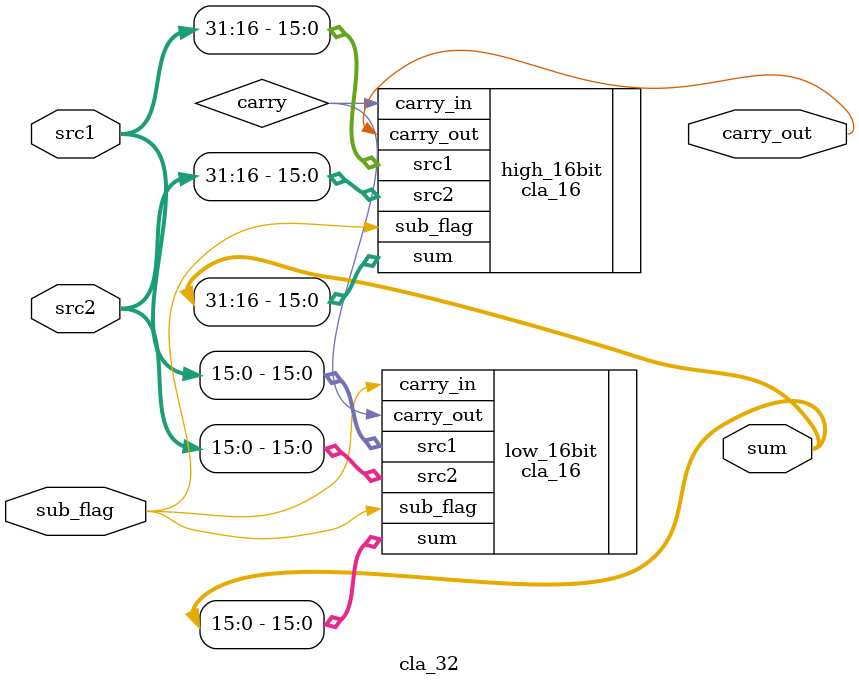
<source format=v>
module cla_32(
    input [31:0] src1,
    input [31:0] src2,
    input sub_flag,
    output [31:0] sum,
    output carry_out
);

    wire carry;

    cla_16 low_16bit(
        .src1       (src1[15:0]),
        .src2       (src2[15:0]),
        .carry_in   (sub_flag),
        .sub_flag   (sub_flag),
        .sum        (sum[15:0]),
        .carry_out  (carry)
    );

    cla_16 high_16bit(
        .src1       (src1[31:16]),
        .src2       (src2[31:16]),
        .carry_in   (carry),
        .sub_flag   (sub_flag),
        .sum        (sum[31:16]),
        .carry_out  (carry_out)
    );
endmodule
</source>
